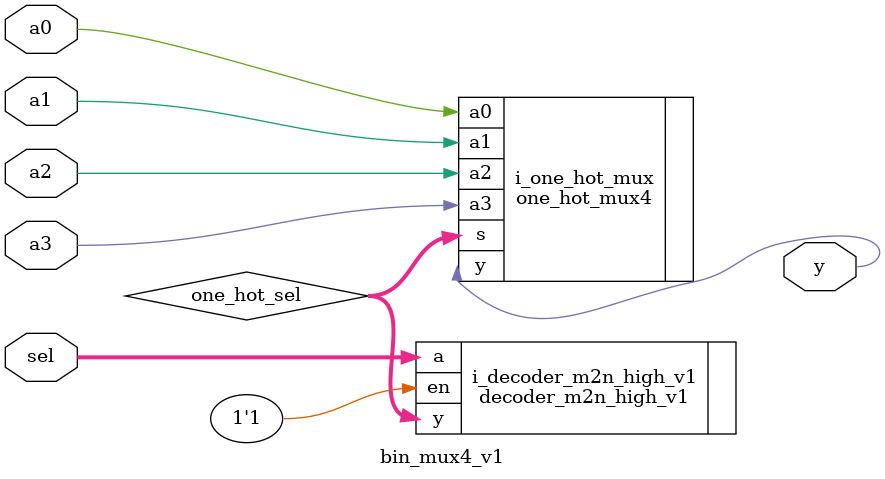
<source format=sv>
module bin_mux4_v1
#(
  parameter W = 1 // data width
)
(
  input logic [1 : 0] sel,
  input logic [W - 1 : 0] a0, a1, a2, a3,
  output logic [W - 1 : 0] y
);

  
  logic [3 : 0] one_hot_sel;
  logic [W - 1 : 0] a [4];

  decoder_m2n_high_v1 #(.M(2)) 
  i_decoder_m2n_high_v1 (.a(sel), .en('1), .y(one_hot_sel));

  one_hot_mux4 #(.W(W))
  i_one_hot_mux (.s(one_hot_sel), .a0(a0), .a1(a1), .a2(a2), .a3(a3), .y(y));

endmodule



</source>
